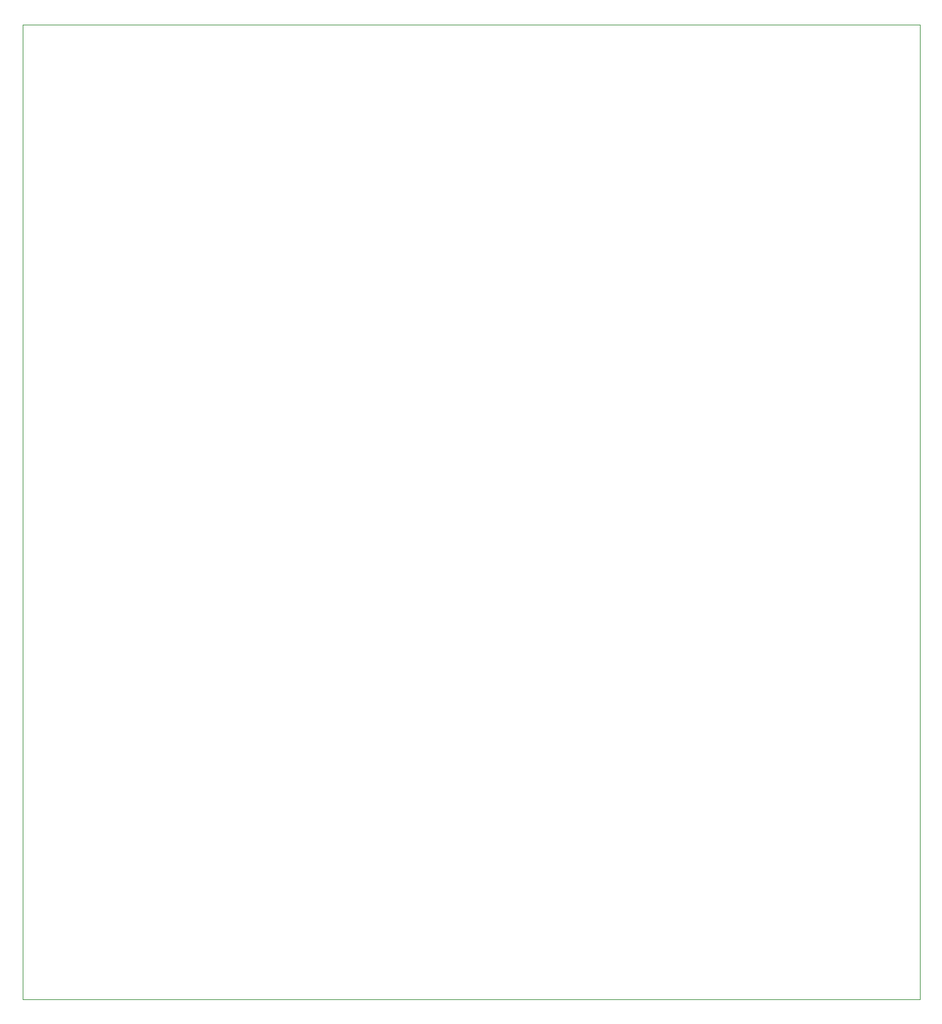
<source format=gm1>
G04 #@! TF.GenerationSoftware,KiCad,Pcbnew,(5.1.6)-1*
G04 #@! TF.CreationDate,2022-06-13T23:48:11-07:00*
G04 #@! TF.ProjectId,High current 4x1 LED mux,48696768-2063-4757-9272-656e74203478,rev?*
G04 #@! TF.SameCoordinates,Original*
G04 #@! TF.FileFunction,Profile,NP*
%FSLAX46Y46*%
G04 Gerber Fmt 4.6, Leading zero omitted, Abs format (unit mm)*
G04 Created by KiCad (PCBNEW (5.1.6)-1) date 2022-06-13 23:48:11*
%MOMM*%
%LPD*%
G01*
G04 APERTURE LIST*
G04 #@! TA.AperFunction,Profile*
%ADD10C,0.050000*%
G04 #@! TD*
G04 APERTURE END LIST*
D10*
X196500000Y-32500000D02*
X79500000Y-32500000D01*
X196500000Y-159600000D02*
X196500000Y-32500000D01*
X79500000Y-159600000D02*
X196500000Y-159600000D01*
X79500000Y-32500000D02*
X79500000Y-159600000D01*
M02*

</source>
